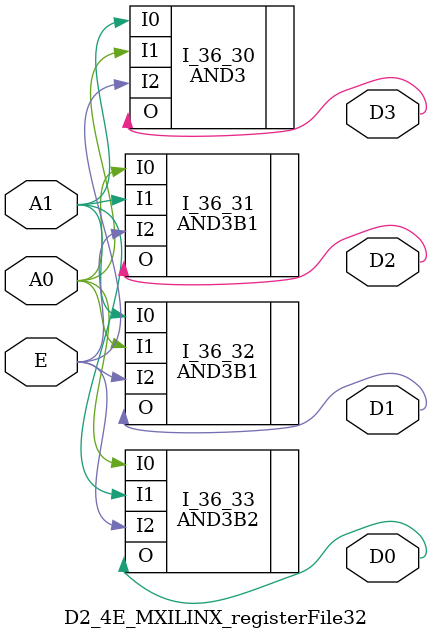
<source format=v>
`timescale 1ns / 1ps

module D2_4E_MXILINX_registerFile32(A0, 
                                    A1, 
                                    E, 
                                    D0, 
                                    D1, 
                                    D2, 
                                    D3
												
);

    input A0;
    input A1;
    input E;
   output D0;
   output D1;
   output D2;
   output D3;
   
   
   AND3 I_36_30 (.I0(A1), 
                 .I1(A0), 
                 .I2(E), 
                 .O(D3));
   AND3B1 I_36_31 (.I0(A0), 
                   .I1(A1), 
                   .I2(E), 
                   .O(D2));
   AND3B1 I_36_32 (.I0(A1), 
                   .I1(A0), 
                   .I2(E), 
                   .O(D1));
   AND3B2 I_36_33 (.I0(A0), 
                   .I1(A1), 
                   .I2(E), 
                   .O(D0));
endmodule

</source>
